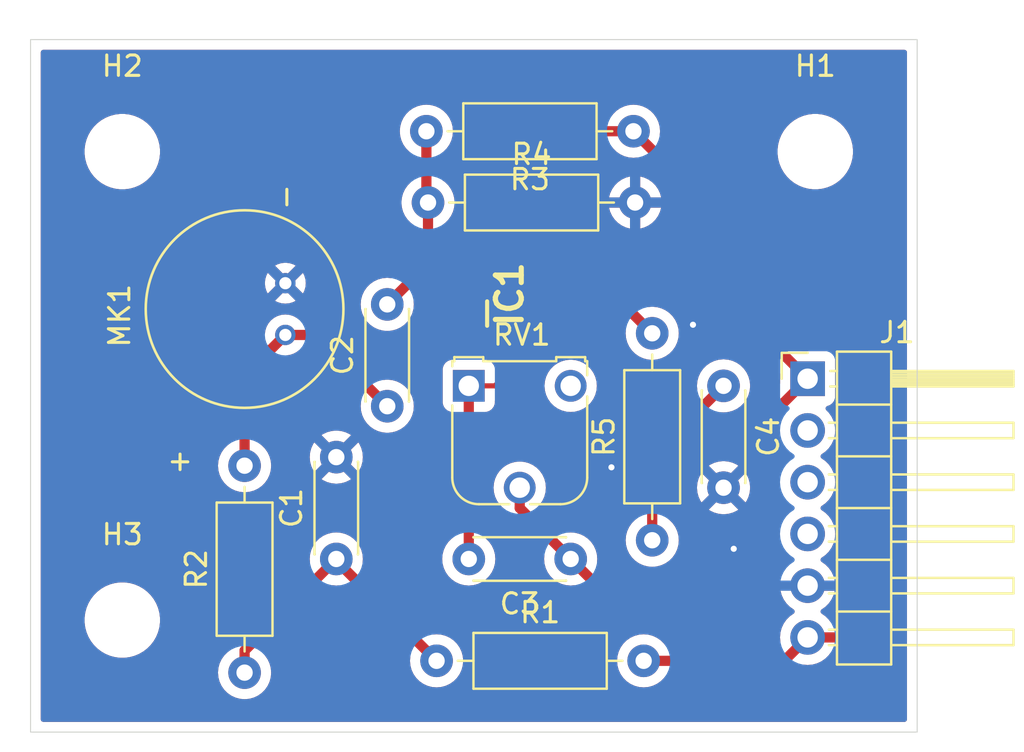
<source format=kicad_pcb>
(kicad_pcb (version 20240108) (generator "pcbnew") (generator_version "8.0")
  (layers (0 "F.Cu" signal) (31 "B.Cu" signal) (34 "B.Paste" user) (35 "F.Paste" user) (36 "B.SilkS" user "B.Silkscreen") (37 "F.SilkS" user "F.Silkscreen") (38 "B.Mask" user) (39 "F.Mask" user) (44 "Edge.Cuts" user))
  (net 0 "")
  (net 1 "GND")
  (net 2 "Net-(C1-Pad1)")
  (net 3 "Net-(C2-Pad1)")
  (net 4 "Net-(IC1-IN+)")
  (net 5 "Net-(IC1-OUT)")
  (net 6 "Net-(IC1-IN-)")
  (net 7 "Net-(C4-Pad1)")
  (net 8 "+3V3")
  (footprint "MAX4466:SOT65P210X110-5N" (layer "F.Cu") (at 126 96.5 90)
    (property "Reference" "IC1" (at 0 0 90) (layer "F.SilkS") (effects (font (size 1.27 1.27) (thickness 0.254))))
    (property "Value" "MAX4466EXK+T" (hide yes))
    (fp_line (start -1.55 -1.1) (end -0.35 -1.1) (stroke (width 0.2)) (layer "F.SilkS"))
    (pad "1" smd rect (at -0.95 -0.65 180) (size 0.4 1.2) (layers "F.Cu" "F.Paste" "F.Mask") (net 4 "Net-(IC1-IN+)"))
    (pad "2" smd rect (at -0.95 0 180) (size 0.4 1.2) (layers "F.Cu" "F.Paste" "F.Mask") (net 1 "GND"))
    (pad "3" smd rect (at -0.95 0.65 180) (size 0.4 1.2) (layers "F.Cu" "F.Paste" "F.Mask") (net 6 "Net-(IC1-IN-)"))
    (pad "4" smd rect (at 0.95 0.65 180) (size 0.4 1.2) (layers "F.Cu" "F.Paste" "F.Mask") (net 5 "Net-(IC1-OUT)"))
    (pad "5" smd rect (at 0.95 -0.65 180) (size 0.4 1.2) (layers "F.Cu" "F.Paste" "F.Mask") (net 8 "+3V3"))
  )
  (footprint "MountingHole:MountingHole_3.2mm_M3" (layer "F.Cu") (at 141 89.5)
    (property "Reference" "H1" (at 0 -4.2 0) (layer "F.SilkS"))
    (property "Value" "MountingHole")
    (pad "" np_thru_hole circle (at 0 0) (size 3.2 3.2) (drill 3.2) (layers "*.Cu" "*.Mask" "In1.Cu" "In2.Cu" "In3.Cu" "In4.Cu" "In5.Cu" "In6.Cu" "In7.Cu" "In8.Cu" "In9.Cu" "In10.Cu" "In11.Cu" "In12.Cu" "In13.Cu" "In14.Cu" "In15.Cu" "In16.Cu" "In17.Cu" "In18.Cu" "In19.Cu" "In20.Cu" "In21.Cu" "In22.Cu" "In23.Cu" "In24.Cu" "In25.Cu" "In26.Cu" "In27.Cu" "In28.Cu" "In29.Cu" "In30.Cu"))
  )
  (footprint "Resistor_THT:R_Axial_DIN0207_L6.3mm_D2.5mm_P10.16mm_Horizontal" (layer "F.Cu") (at 132.08 88.5 180)
    (property "Reference" "R3" (at 5.08 -2.37 0) (layer "F.SilkS"))
    (property "Value" "1M")
    (fp_line (start 9.12 0) (end 8.35 0) (stroke (width 0.12)) (layer "F.SilkS"))
    (fp_line (start 8.35 1.37) (end 8.35 -1.37) (stroke (width 0.12)) (layer "F.SilkS"))
    (fp_line (start 8.35 -1.37) (end 1.81 -1.37) (stroke (width 0.12)) (layer "F.SilkS"))
    (fp_line (start 1.81 1.37) (end 8.35 1.37) (stroke (width 0.12)) (layer "F.SilkS"))
    (fp_line (start 1.81 -1.37) (end 1.81 1.37) (stroke (width 0.12)) (layer "F.SilkS"))
    (fp_line (start 1.04 0) (end 1.81 0) (stroke (width 0.12)) (layer "F.SilkS"))
    (pad "1" thru_hole circle (at 0 0 180) (size 1.6 1.6) (drill 0.8) (layers "*.Cu" "*.Mask" "In1.Cu" "In2.Cu" "In3.Cu" "In4.Cu" "In5.Cu" "In6.Cu" "In7.Cu" "In8.Cu" "In9.Cu" "In10.Cu" "In11.Cu" "In12.Cu" "In13.Cu" "In14.Cu" "In15.Cu" "In16.Cu" "In17.Cu" "In18.Cu" "In19.Cu" "In20.Cu" "In21.Cu" "In22.Cu" "In23.Cu" "In24.Cu" "In25.Cu" "In26.Cu" "In27.Cu" "In28.Cu" "In29.Cu" "In30.Cu") (net 8 "+3V3"))
    (pad "2" thru_hole oval (at 10.16 0 180) (size 1.6 1.6) (drill 0.8) (layers "*.Cu" "*.Mask" "In1.Cu" "In2.Cu" "In3.Cu" "In4.Cu" "In5.Cu" "In6.Cu" "In7.Cu" "In8.Cu" "In9.Cu" "In10.Cu" "In11.Cu" "In12.Cu" "In13.Cu" "In14.Cu" "In15.Cu" "In16.Cu" "In17.Cu" "In18.Cu" "In19.Cu" "In20.Cu" "In21.Cu" "In22.Cu" "In23.Cu" "In24.Cu" "In25.Cu" "In26.Cu" "In27.Cu" "In28.Cu" "In29.Cu" "In30.Cu") (net 4 "Net-(IC1-IN+)"))
  )
  (footprint "Resistor_THT:R_Axial_DIN0207_L6.3mm_D2.5mm_P10.16mm_Horizontal" (layer "F.Cu") (at 113 115.08 90)
    (property "Reference" "R2" (at 5.08 -2.37 90) (layer "F.SilkS"))
    (property "Value" "2k")
    (fp_line (start 8.35 -1.37) (end 1.81 -1.37) (stroke (width 0.12)) (layer "F.SilkS"))
    (fp_line (start 1.81 -1.37) (end 1.81 1.37) (stroke (width 0.12)) (layer "F.SilkS"))
    (fp_line (start 9.12 0) (end 8.35 0) (stroke (width 0.12)) (layer "F.SilkS"))
    (fp_line (start 1.04 0) (end 1.81 0) (stroke (width 0.12)) (layer "F.SilkS"))
    (fp_line (start 8.35 1.37) (end 8.35 -1.37) (stroke (width 0.12)) (layer "F.SilkS"))
    (fp_line (start 1.81 1.37) (end 8.35 1.37) (stroke (width 0.12)) (layer "F.SilkS"))
    (pad "1" thru_hole circle (at 0 0 90) (size 1.6 1.6) (drill 0.8) (layers "*.Cu" "*.Mask" "In1.Cu" "In2.Cu" "In3.Cu" "In4.Cu" "In5.Cu" "In6.Cu" "In7.Cu" "In8.Cu" "In9.Cu" "In10.Cu" "In11.Cu" "In12.Cu" "In13.Cu" "In14.Cu" "In15.Cu" "In16.Cu" "In17.Cu" "In18.Cu" "In19.Cu" "In20.Cu" "In21.Cu" "In22.Cu" "In23.Cu" "In24.Cu" "In25.Cu" "In26.Cu" "In27.Cu" "In28.Cu" "In29.Cu" "In30.Cu") (net 2 "Net-(C1-Pad1)"))
    (pad "2" thru_hole oval (at 10.16 0 90) (size 1.6 1.6) (drill 0.8) (layers "*.Cu" "*.Mask" "In1.Cu" "In2.Cu" "In3.Cu" "In4.Cu" "In5.Cu" "In6.Cu" "In7.Cu" "In8.Cu" "In9.Cu" "In10.Cu" "In11.Cu" "In12.Cu" "In13.Cu" "In14.Cu" "In15.Cu" "In16.Cu" "In17.Cu" "In18.Cu" "In19.Cu" "In20.Cu" "In21.Cu" "In22.Cu" "In23.Cu" "In24.Cu" "In25.Cu" "In26.Cu" "In27.Cu" "In28.Cu" "In29.Cu" "In30.Cu") (net 3 "Net-(C2-Pad1)"))
  )
  (footprint "Potentiometer_THT:Potentiometer_Runtron_RM-065_Vertical" (layer "F.Cu") (at 124 101)
    (property "Reference" "RV1" (at 2.6 -2.5 0) (layer "F.SilkS"))
    (property "Value" "100k")
    (fp_line (start -0.81 -1.21) (end -0.81 -0.96) (stroke (width 0.12)) (layer "F.SilkS"))
    (fp_line (start -0.81 4.5) (end -0.81 0.96) (stroke (width 0.12)) (layer "F.SilkS"))
    (fp_line (start -0.71 -1.41) (end -0.71 -1.21) (stroke (width 0.12)) (layer "F.SilkS"))
    (fp_line (start -0.71 -1.41) (end 0.71 -1.41) (stroke (width 0.12)) (layer "F.SilkS"))
    (fp_line (start -0.71 -1.21) (end -0.81 -1.21) (stroke (width 0.12)) (layer "F.SilkS"))
    (fp_line (start 0.71 -1.21) (end 0.71 -1.41) (stroke (width 0.12)) (layer "F.SilkS"))
    (fp_line (start 0.71 -1.21) (end 4.29 -1.21) (stroke (width 0.12)) (layer "F.SilkS"))
    (fp_line (start 1.99 5.81) (end 0.5 5.81) (stroke (width 0.12)) (layer "F.SilkS"))
    (fp_line (start 4.29 -1.41) (end 5.71 -1.41) (stroke (width 0.12)) (layer "F.SilkS"))
    (fp_line (start 4.29 -1.21) (end 4.29 -1.41) (stroke (width 0.12)) (layer "F.SilkS"))
    (fp_line (start 4.5 5.81) (end 3.01 5.81) (stroke (width 0.12)) (layer "F.SilkS"))
    (fp_line (start 5.71 -1.41) (end 5.71 -1.21) (stroke (width 0.12)) (layer "F.SilkS"))
    (fp_line (start 5.71 -1.21) (end 5.81 -1.21) (stroke (width 0.12)) (layer "F.SilkS"))
    (fp_line (start 5.81 -1.21) (end 5.81 -0.52) (stroke (width 0.12)) (layer "F.SilkS"))
    (fp_line (start 5.81 0.52) (end 5.81 4.5) (stroke (width 0.12)) (layer "F.SilkS"))
    (fp_arc (start 0.5 5.81) (mid -0.42631 5.42631) (end -0.81 4.5) (stroke (width 0.12)) (layer "F.SilkS"))
    (fp_arc (start 5.81 4.5) (mid 5.42631 5.42631) (end 4.5 5.81) (stroke (width 0.12)) (layer "F.SilkS"))
    (pad "1" thru_hole rect (at 0 0) (size 1.56 1.56) (drill 1) (layers "*.Cu" "*.Mask" "In1.Cu" "In2.Cu" "In3.Cu" "In4.Cu" "In5.Cu" "In6.Cu" "In7.Cu" "In8.Cu" "In9.Cu" "In10.Cu" "In11.Cu" "In12.Cu" "In13.Cu" "In14.Cu" "In15.Cu" "In16.Cu" "In17.Cu" "In18.Cu" "In19.Cu" "In20.Cu" "In21.Cu" "In22.Cu" "In23.Cu" "In24.Cu" "In25.Cu" "In26.Cu" "In27.Cu" "In28.Cu" "In29.Cu" "In30.Cu") (net 6 "Net-(IC1-IN-)"))
    (pad "2" thru_hole circle (at 2.5 5) (size 1.56 1.56) (drill 1) (layers "*.Cu" "*.Mask" "In1.Cu" "In2.Cu" "In3.Cu" "In4.Cu" "In5.Cu" "In6.Cu" "In7.Cu" "In8.Cu" "In9.Cu" "In10.Cu" "In11.Cu" "In12.Cu" "In13.Cu" "In14.Cu" "In15.Cu" "In16.Cu" "In17.Cu" "In18.Cu" "In19.Cu" "In20.Cu" "In21.Cu" "In22.Cu" "In23.Cu" "In24.Cu" "In25.Cu" "In26.Cu" "In27.Cu" "In28.Cu" "In29.Cu" "In30.Cu") (net 5 "Net-(IC1-OUT)"))
    (pad "3" thru_hole circle (at 5 0) (size 1.56 1.56) (drill 1) (layers "*.Cu" "*.Mask" "In1.Cu" "In2.Cu" "In3.Cu" "In4.Cu" "In5.Cu" "In6.Cu" "In7.Cu" "In8.Cu" "In9.Cu" "In10.Cu" "In11.Cu" "In12.Cu" "In13.Cu" "In14.Cu" "In15.Cu" "In16.Cu" "In17.Cu" "In18.Cu" "In19.Cu" "In20.Cu" "In21.Cu" "In22.Cu" "In23.Cu" "In24.Cu" "In25.Cu" "In26.Cu" "In27.Cu" "In28.Cu" "In29.Cu" "In30.Cu"))
  )
  (footprint "MountingHole:MountingHole_3.2mm_M3" (layer "F.Cu") (at 107 112.5)
    (property "Reference" "H3" (at 0 -4.2 0) (layer "F.SilkS"))
    (property "Value" "MountingHole")
    (pad "" np_thru_hole circle (at 0 0) (size 3.2 3.2) (drill 3.2) (layers "*.Cu" "*.Mask" "In1.Cu" "In2.Cu" "In3.Cu" "In4.Cu" "In5.Cu" "In6.Cu" "In7.Cu" "In8.Cu" "In9.Cu" "In10.Cu" "In11.Cu" "In12.Cu" "In13.Cu" "In14.Cu" "In15.Cu" "In16.Cu" "In17.Cu" "In18.Cu" "In19.Cu" "In20.Cu" "In21.Cu" "In22.Cu" "In23.Cu" "In24.Cu" "In25.Cu" "In26.Cu" "In27.Cu" "In28.Cu" "In29.Cu" "In30.Cu"))
  )
  (footprint "Resistor_THT:R_Axial_DIN0207_L6.3mm_D2.5mm_P10.16mm_Horizontal" (layer "F.Cu") (at 122.42 114.5)
    (property "Reference" "R1" (at 5.08 -2.37 0) (layer "F.SilkS"))
    (property "Value" "2k")
    (fp_line (start 1.04 0) (end 1.81 0) (stroke (width 0.12)) (layer "F.SilkS"))
    (fp_line (start 1.81 -1.37) (end 1.81 1.37) (stroke (width 0.12)) (layer "F.SilkS"))
    (fp_line (start 1.81 1.37) (end 8.35 1.37) (stroke (width 0.12)) (layer "F.SilkS"))
    (fp_line (start 8.35 -1.37) (end 1.81 -1.37) (stroke (width 0.12)) (layer "F.SilkS"))
    (fp_line (start 8.35 1.37) (end 8.35 -1.37) (stroke (width 0.12)) (layer "F.SilkS"))
    (fp_line (start 9.12 0) (end 8.35 0) (stroke (width 0.12)) (layer "F.SilkS"))
    (pad "1" thru_hole circle (at 0 0) (size 1.6 1.6) (drill 0.8) (layers "*.Cu" "*.Mask" "In1.Cu" "In2.Cu" "In3.Cu" "In4.Cu" "In5.Cu" "In6.Cu" "In7.Cu" "In8.Cu" "In9.Cu" "In10.Cu" "In11.Cu" "In12.Cu" "In13.Cu" "In14.Cu" "In15.Cu" "In16.Cu" "In17.Cu" "In18.Cu" "In19.Cu" "In20.Cu" "In21.Cu" "In22.Cu" "In23.Cu" "In24.Cu" "In25.Cu" "In26.Cu" "In27.Cu" "In28.Cu" "In29.Cu" "In30.Cu") (net 2 "Net-(C1-Pad1)"))
    (pad "2" thru_hole oval (at 10.16 0) (size 1.6 1.6) (drill 0.8) (layers "*.Cu" "*.Mask" "In1.Cu" "In2.Cu" "In3.Cu" "In4.Cu" "In5.Cu" "In6.Cu" "In7.Cu" "In8.Cu" "In9.Cu" "In10.Cu" "In11.Cu" "In12.Cu" "In13.Cu" "In14.Cu" "In15.Cu" "In16.Cu" "In17.Cu" "In18.Cu" "In19.Cu" "In20.Cu" "In21.Cu" "In22.Cu" "In23.Cu" "In24.Cu" "In25.Cu" "In26.Cu" "In27.Cu" "In28.Cu" "In29.Cu" "In30.Cu") (net 8 "+3V3"))
  )
  (footprint "Resistor_THT:R_Axial_DIN0207_L6.3mm_D2.5mm_P10.16mm_Horizontal" (layer "F.Cu") (at 122 92)
    (property "Reference" "R4" (at 5.08 -2.37 0) (layer "F.SilkS"))
    (property "Value" "1M")
    (fp_line (start 1.04 0) (end 1.81 0) (stroke (width 0.12)) (layer "F.SilkS"))
    (fp_line (start 1.81 -1.37) (end 1.81 1.37) (stroke (width 0.12)) (layer "F.SilkS"))
    (fp_line (start 1.81 1.37) (end 8.35 1.37) (stroke (width 0.12)) (layer "F.SilkS"))
    (fp_line (start 8.35 -1.37) (end 1.81 -1.37) (stroke (width 0.12)) (layer "F.SilkS"))
    (fp_line (start 8.35 1.37) (end 8.35 -1.37) (stroke (width 0.12)) (layer "F.SilkS"))
    (fp_line (start 9.12 0) (end 8.35 0) (stroke (width 0.12)) (layer "F.SilkS"))
    (pad "1" thru_hole circle (at 0 0) (size 1.6 1.6) (drill 0.8) (layers "*.Cu" "*.Mask" "In1.Cu" "In2.Cu" "In3.Cu" "In4.Cu" "In5.Cu" "In6.Cu" "In7.Cu" "In8.Cu" "In9.Cu" "In10.Cu" "In11.Cu" "In12.Cu" "In13.Cu" "In14.Cu" "In15.Cu" "In16.Cu" "In17.Cu" "In18.Cu" "In19.Cu" "In20.Cu" "In21.Cu" "In22.Cu" "In23.Cu" "In24.Cu" "In25.Cu" "In26.Cu" "In27.Cu" "In28.Cu" "In29.Cu" "In30.Cu") (net 4 "Net-(IC1-IN+)"))
    (pad "2" thru_hole oval (at 10.16 0) (size 1.6 1.6) (drill 0.8) (layers "*.Cu" "*.Mask" "In1.Cu" "In2.Cu" "In3.Cu" "In4.Cu" "In5.Cu" "In6.Cu" "In7.Cu" "In8.Cu" "In9.Cu" "In10.Cu" "In11.Cu" "In12.Cu" "In13.Cu" "In14.Cu" "In15.Cu" "In16.Cu" "In17.Cu" "In18.Cu" "In19.Cu" "In20.Cu" "In21.Cu" "In22.Cu" "In23.Cu" "In24.Cu" "In25.Cu" "In26.Cu" "In27.Cu" "In28.Cu" "In29.Cu" "In30.Cu") (net 1 "GND"))
  )
  (footprint "Capacitor_THT:C_Disc_D4.3mm_W1.9mm_P5.00mm" (layer "F.Cu") (at 136.5 101 -90)
    (property "Reference" "C4" (at 2.5 -2.2 90) (layer "F.SilkS"))
    (property "Value" "1uF")
    (fp_line (start 0.23 1.07) (end 4.77 1.07) (stroke (width 0.12)) (layer "F.SilkS"))
    (fp_line (start 0.23 1.055) (end 0.23 1.07) (stroke (width 0.12)) (layer "F.SilkS"))
    (fp_line (start 4.77 1.055) (end 4.77 1.07) (stroke (width 0.12)) (layer "F.SilkS"))
    (fp_line (start 0.23 -1.07) (end 0.23 -1.055) (stroke (width 0.12)) (layer "F.SilkS"))
    (fp_line (start 0.23 -1.07) (end 4.77 -1.07) (stroke (width 0.12)) (layer "F.SilkS"))
    (fp_line (start 4.77 -1.07) (end 4.77 -1.055) (stroke (width 0.12)) (layer "F.SilkS"))
    (pad "1" thru_hole circle (at 0 0 270) (size 1.6 1.6) (drill 0.8) (layers "*.Cu" "*.Mask" "In1.Cu" "In2.Cu" "In3.Cu" "In4.Cu" "In5.Cu" "In6.Cu" "In7.Cu" "In8.Cu" "In9.Cu" "In10.Cu" "In11.Cu" "In12.Cu" "In13.Cu" "In14.Cu" "In15.Cu" "In16.Cu" "In17.Cu" "In18.Cu" "In19.Cu" "In20.Cu" "In21.Cu" "In22.Cu" "In23.Cu" "In24.Cu" "In25.Cu" "In26.Cu" "In27.Cu" "In28.Cu" "In29.Cu" "In30.Cu") (net 7 "Net-(C4-Pad1)"))
    (pad "2" thru_hole circle (at 5 0 270) (size 1.6 1.6) (drill 0.8) (layers "*.Cu" "*.Mask" "In1.Cu" "In2.Cu" "In3.Cu" "In4.Cu" "In5.Cu" "In6.Cu" "In7.Cu" "In8.Cu" "In9.Cu" "In10.Cu" "In11.Cu" "In12.Cu" "In13.Cu" "In14.Cu" "In15.Cu" "In16.Cu" "In17.Cu" "In18.Cu" "In19.Cu" "In20.Cu" "In21.Cu" "In22.Cu" "In23.Cu" "In24.Cu" "In25.Cu" "In26.Cu" "In27.Cu" "In28.Cu" "In29.Cu" "In30.Cu") (net 1 "GND"))
  )
  (footprint "MountingHole:MountingHole_3.2mm_M3" (layer "F.Cu") (at 107 89.5)
    (property "Reference" "H2" (at 0 -4.2 0) (layer "F.SilkS"))
    (property "Value" "MountingHole")
    (pad "" np_thru_hole circle (at 0 0) (size 3.2 3.2) (drill 3.2) (layers "*.Cu" "*.Mask" "In1.Cu" "In2.Cu" "In3.Cu" "In4.Cu" "In5.Cu" "In6.Cu" "In7.Cu" "In8.Cu" "In9.Cu" "In10.Cu" "In11.Cu" "In12.Cu" "In13.Cu" "In14.Cu" "In15.Cu" "In16.Cu" "In17.Cu" "In18.Cu" "In19.Cu" "In20.Cu" "In21.Cu" "In22.Cu" "In23.Cu" "In24.Cu" "In25.Cu" "In26.Cu" "In27.Cu" "In28.Cu" "In29.Cu" "In30.Cu"))
  )
  (footprint "CMEJ-9745-37-P:MIC_CMEJ-9745-37-P" (layer "F.Cu") (at 113 97.23 90)
    (property "Reference" "MK1" (at -0.325 -6.135 90) (layer "F.SilkS"))
    (property "Value" "CMEJ-9745-37-P")
    (fp_circle (center 0 0) (end 4.85 0) (stroke (width 0.127)) (fill none) (layer "F.SilkS"))
    (fp_text user "-" (at 5.5 2 90) (layer "F.SilkS"))
    (fp_text user "+" (at -7.5 -3.24 90) (layer "F.SilkS"))
    (pad "N" thru_hole circle (at 1.27 2 90) (size 1 1) (drill 0.6) (layers "*.Cu" "*.Mask" "In1.Cu" "In2.Cu" "In3.Cu" "In4.Cu" "In5.Cu" "In6.Cu" "In7.Cu" "In8.Cu" "In9.Cu" "In10.Cu" "In11.Cu" "In12.Cu" "In13.Cu" "In14.Cu" "In15.Cu" "In16.Cu" "In17.Cu" "In18.Cu" "In19.Cu" "In20.Cu" "In21.Cu" "In22.Cu" "In23.Cu" "In24.Cu" "In25.Cu" "In26.Cu" "In27.Cu" "In28.Cu" "In29.Cu" "In30.Cu") (net 1 "GND"))
    (pad "P" thru_hole circle (at -1.27 2 90) (size 1 1) (drill 0.6) (layers "*.Cu" "*.Mask" "In1.Cu" "In2.Cu" "In3.Cu" "In4.Cu" "In5.Cu" "In6.Cu" "In7.Cu" "In8.Cu" "In9.Cu" "In10.Cu" "In11.Cu" "In12.Cu" "In13.Cu" "In14.Cu" "In15.Cu" "In16.Cu" "In17.Cu" "In18.Cu" "In19.Cu" "In20.Cu" "In21.Cu" "In22.Cu" "In23.Cu" "In24.Cu" "In25.Cu" "In26.Cu" "In27.Cu" "In28.Cu" "In29.Cu" "In30.Cu") (net 3 "Net-(C2-Pad1)"))
  )
  (footprint "Capacitor_THT:C_Disc_D4.3mm_W1.9mm_P5.00mm" (layer "F.Cu") (at 120 102 90)
    (property "Reference" "C2" (at 2.5 -2.2 90) (layer "F.SilkS"))
    (property "Value" "0.01u")
    (fp_line (start 4.77 -1.07) (end 4.77 -1.055) (stroke (width 0.12)) (layer "F.SilkS"))
    (fp_line (start 0.23 -1.07) (end 4.77 -1.07) (stroke (width 0.12)) (layer "F.SilkS"))
    (fp_line (start 0.23 -1.07) (end 0.23 -1.055) (stroke (width 0.12)) (layer "F.SilkS"))
    (fp_line (start 4.77 1.055) (end 4.77 1.07) (stroke (width 0.12)) (layer "F.SilkS"))
    (fp_line (start 0.23 1.055) (end 0.23 1.07) (stroke (width 0.12)) (layer "F.SilkS"))
    (fp_line (start 0.23 1.07) (end 4.77 1.07) (stroke (width 0.12)) (layer "F.SilkS"))
    (pad "1" thru_hole circle (at 0 0 90) (size 1.6 1.6) (drill 0.8) (layers "*.Cu" "*.Mask" "In1.Cu" "In2.Cu" "In3.Cu" "In4.Cu" "In5.Cu" "In6.Cu" "In7.Cu" "In8.Cu" "In9.Cu" "In10.Cu" "In11.Cu" "In12.Cu" "In13.Cu" "In14.Cu" "In15.Cu" "In16.Cu" "In17.Cu" "In18.Cu" "In19.Cu" "In20.Cu" "In21.Cu" "In22.Cu" "In23.Cu" "In24.Cu" "In25.Cu" "In26.Cu" "In27.Cu" "In28.Cu" "In29.Cu" "In30.Cu") (net 3 "Net-(C2-Pad1)"))
    (pad "2" thru_hole circle (at 5 0 90) (size 1.6 1.6) (drill 0.8) (layers "*.Cu" "*.Mask" "In1.Cu" "In2.Cu" "In3.Cu" "In4.Cu" "In5.Cu" "In6.Cu" "In7.Cu" "In8.Cu" "In9.Cu" "In10.Cu" "In11.Cu" "In12.Cu" "In13.Cu" "In14.Cu" "In15.Cu" "In16.Cu" "In17.Cu" "In18.Cu" "In19.Cu" "In20.Cu" "In21.Cu" "In22.Cu" "In23.Cu" "In24.Cu" "In25.Cu" "In26.Cu" "In27.Cu" "In28.Cu" "In29.Cu" "In30.Cu") (net 4 "Net-(IC1-IN+)"))
  )
  (footprint "Capacitor_THT:C_Disc_D4.3mm_W1.9mm_P5.00mm" (layer "F.Cu") (at 117.5 109.5 90)
    (property "Reference" "C1" (at 2.5 -2.2 90) (layer "F.SilkS"))
    (property "Value" "0.1u")
    (fp_line (start 4.77 -1.07) (end 4.77 -1.055) (stroke (width 0.12)) (layer "F.SilkS"))
    (fp_line (start 0.23 -1.07) (end 4.77 -1.07) (stroke (width 0.12)) (layer "F.SilkS"))
    (fp_line (start 0.23 -1.07) (end 0.23 -1.055) (stroke (width 0.12)) (layer "F.SilkS"))
    (fp_line (start 4.77 1.055) (end 4.77 1.07) (stroke (width 0.12)) (layer "F.SilkS"))
    (fp_line (start 0.23 1.055) (end 0.23 1.07) (stroke (width 0.12)) (layer "F.SilkS"))
    (fp_line (start 0.23 1.07) (end 4.77 1.07) (stroke (width 0.12)) (layer "F.SilkS"))
    (pad "1" thru_hole circle (at 0 0 90) (size 1.6 1.6) (drill 0.8) (layers "*.Cu" "*.Mask" "In1.Cu" "In2.Cu" "In3.Cu" "In4.Cu" "In5.Cu" "In6.Cu" "In7.Cu" "In8.Cu" "In9.Cu" "In10.Cu" "In11.Cu" "In12.Cu" "In13.Cu" "In14.Cu" "In15.Cu" "In16.Cu" "In17.Cu" "In18.Cu" "In19.Cu" "In20.Cu" "In21.Cu" "In22.Cu" "In23.Cu" "In24.Cu" "In25.Cu" "In26.Cu" "In27.Cu" "In28.Cu" "In29.Cu" "In30.Cu") (net 2 "Net-(C1-Pad1)"))
    (pad "2" thru_hole circle (at 5 0 90) (size 1.6 1.6) (drill 0.8) (layers "*.Cu" "*.Mask" "In1.Cu" "In2.Cu" "In3.Cu" "In4.Cu" "In5.Cu" "In6.Cu" "In7.Cu" "In8.Cu" "In9.Cu" "In10.Cu" "In11.Cu" "In12.Cu" "In13.Cu" "In14.Cu" "In15.Cu" "In16.Cu" "In17.Cu" "In18.Cu" "In19.Cu" "In20.Cu" "In21.Cu" "In22.Cu" "In23.Cu" "In24.Cu" "In25.Cu" "In26.Cu" "In27.Cu" "In28.Cu" "In29.Cu" "In30.Cu") (net 1 "GND"))
  )
  (footprint "Capacitor_THT:C_Disc_D4.3mm_W1.9mm_P5.00mm" (layer "F.Cu") (at 129 109.5 180)
    (property "Reference" "C3" (at 2.5 -2.2 0) (layer "F.SilkS"))
    (property "Value" "100pF")
    (fp_line (start 4.77 1.055) (end 4.77 1.07) (stroke (width 0.12)) (layer "F.SilkS"))
    (fp_line (start 4.77 -1.07) (end 4.77 -1.055) (stroke (width 0.12)) (layer "F.SilkS"))
    (fp_line (start 0.23 1.07) (end 4.77 1.07) (stroke (width 0.12)) (layer "F.SilkS"))
    (fp_line (start 0.23 1.055) (end 0.23 1.07) (stroke (width 0.12)) (layer "F.SilkS"))
    (fp_line (start 0.23 -1.07) (end 4.77 -1.07) (stroke (width 0.12)) (layer "F.SilkS"))
    (fp_line (start 0.23 -1.07) (end 0.23 -1.055) (stroke (width 0.12)) (layer "F.SilkS"))
    (pad "1" thru_hole circle (at 0 0 180) (size 1.6 1.6) (drill 0.8) (layers "*.Cu" "*.Mask" "In1.Cu" "In2.Cu" "In3.Cu" "In4.Cu" "In5.Cu" "In6.Cu" "In7.Cu" "In8.Cu" "In9.Cu" "In10.Cu" "In11.Cu" "In12.Cu" "In13.Cu" "In14.Cu" "In15.Cu" "In16.Cu" "In17.Cu" "In18.Cu" "In19.Cu" "In20.Cu" "In21.Cu" "In22.Cu" "In23.Cu" "In24.Cu" "In25.Cu" "In26.Cu" "In27.Cu" "In28.Cu" "In29.Cu" "In30.Cu") (net 5 "Net-(IC1-OUT)"))
    (pad "2" thru_hole circle (at 5 0 180) (size 1.6 1.6) (drill 0.8) (layers "*.Cu" "*.Mask" "In1.Cu" "In2.Cu" "In3.Cu" "In4.Cu" "In5.Cu" "In6.Cu" "In7.Cu" "In8.Cu" "In9.Cu" "In10.Cu" "In11.Cu" "In12.Cu" "In13.Cu" "In14.Cu" "In15.Cu" "In16.Cu" "In17.Cu" "In18.Cu" "In19.Cu" "In20.Cu" "In21.Cu" "In22.Cu" "In23.Cu" "In24.Cu" "In25.Cu" "In26.Cu" "In27.Cu" "In28.Cu" "In29.Cu" "In30.Cu") (net 6 "Net-(IC1-IN-)"))
  )
  (footprint "Connector_PinHeader_2.54mm:PinHeader_1x06_P2.54mm_Horizontal" (layer "F.Cu") (at 140.625 100.65)
    (property "Reference" "J1" (at 4.385 -2.27 0) (layer "F.SilkS"))
    (property "Value" "Conn_01x06_Pin")
    (fp_line (start -1.27 -1.27) (end 0 -1.27) (stroke (width 0.12)) (layer "F.SilkS"))
    (fp_line (start -1.27 0) (end -1.27 -1.27) (stroke (width 0.12)) (layer "F.SilkS"))
    (fp_line (start 1.042929 2.16) (end 1.44 2.16) (stroke (width 0.12)) (layer "F.SilkS"))
    (fp_line (start 1.042929 2.92) (end 1.44 2.92) (stroke (width 0.12)) (layer "F.SilkS"))
    (fp_line (start 1.042929 4.7) (end 1.44 4.7) (stroke (width 0.12)) (layer "F.SilkS"))
    (fp_line (start 1.042929 5.46) (end 1.44 5.46) (stroke (width 0.12)) (layer "F.SilkS"))
    (fp_line (start 1.042929 7.24) (end 1.44 7.24) (stroke (width 0.12)) (layer "F.SilkS"))
    (fp_line (start 1.042929 8) (end 1.44 8) (stroke (width 0.12)) (layer "F.SilkS"))
    (fp_line (start 1.042929 9.78) (end 1.44 9.78) (stroke (width 0.12)) (layer "F.SilkS"))
    (fp_line (start 1.042929 10.54) (end 1.44 10.54) (stroke (width 0.12)) (layer "F.SilkS"))
    (fp_line (start 1.042929 12.32) (end 1.44 12.32) (stroke (width 0.12)) (layer "F.SilkS"))
    (fp_line (start 1.042929 13.08) (end 1.44 13.08) (stroke (width 0.12)) (layer "F.SilkS"))
    (fp_line (start 1.11 -0.38) (end 1.44 -0.38) (stroke (width 0.12)) (layer "F.SilkS"))
    (fp_line (start 1.11 0.38) (end 1.44 0.38) (stroke (width 0.12)) (layer "F.SilkS"))
    (fp_line (start 1.44 -1.33) (end 1.44 14.03) (stroke (width 0.12)) (layer "F.SilkS"))
    (fp_line (start 1.44 1.27) (end 4.1 1.27) (stroke (width 0.12)) (layer "F.SilkS"))
    (fp_line (start 1.44 3.81) (end 4.1 3.81) (stroke (width 0.12)) (layer "F.SilkS"))
    (fp_line (start 1.44 6.35) (end 4.1 6.35) (stroke (width 0.12)) (layer "F.SilkS"))
    (fp_line (start 1.44 8.89) (end 4.1 8.89) (stroke (width 0.12)) (layer "F.SilkS"))
    (fp_line (start 1.44 11.43) (end 4.1 11.43) (stroke (width 0.12)) (layer "F.SilkS"))
    (fp_line (start 1.44 14.03) (end 4.1 14.03) (stroke (width 0.12)) (layer "F.SilkS"))
    (fp_line (start 4.1 -1.33) (end 1.44 -1.33) (stroke (width 0.12)) (layer "F.SilkS"))
    (fp_line (start 4.1 -0.38) (end 10.1 -0.38) (stroke (width 0.12)) (layer "F.SilkS"))
    (fp_line (start 4.1 -0.32) (end 10.1 -0.32) (stroke (width 0.12)) (layer "F.SilkS"))
    (fp_line (start 4.1 -0.2) (end 10.1 -0.2) (stroke (width 0.12)) (layer "F.SilkS"))
    (fp_line (start 4.1 -0.08) (end 10.1 -0.08) (stroke (width 0.12)) (layer "F.SilkS"))
    (fp_line (start 4.1 0.04) (end 10.1 0.04) (stroke (width 0.12)) (layer "F.SilkS"))
    (fp_line (start 4.1 0.16) (end 10.1 0.16) (stroke (width 0.12)) (layer "F.SilkS"))
    (fp_line (start 4.1 0.28) (end 10.1 0.28) (stroke (width 0.12)) (layer "F.SilkS"))
    (fp_line (start 4.1 2.16) (end 10.1 2.16) (stroke (width 0.12)) (layer "F.SilkS"))
    (fp_line (start 4.1 4.7) (end 10.1 4.7) (stroke (width 0.12)) (layer "F.SilkS"))
    (fp_line (start 4.1 7.24) (end 10.1 7.24) (stroke (width 0.12)) (layer "F.SilkS"))
    (fp_line (start 4.1 9.78) (end 10.1 9.78) (stroke (width 0.12)) (layer "F.SilkS"))
    (fp_line (start 4.1 12.32) (end 10.1 12.32) (stroke (width 0.12)) (layer "F.SilkS"))
    (fp_line (start 4.1 14.03) (end 4.1 -1.33) (stroke (width 0.12)) (layer "F.SilkS"))
    (fp_line (start 10.1 -0.38) (end 10.1 0.38) (stroke (width 0.12)) (layer "F.SilkS"))
    (fp_line (start 10.1 0.38) (end 4.1 0.38) (stroke (width 0.12)) (layer "F.SilkS"))
    (fp_line (start 10.1 2.16) (end 10.1 2.92) (stroke (width 0.12)) (layer "F.SilkS"))
    (fp_line (start 10.1 2.92) (end 4.1 2.92) (stroke (width 0.12)) (layer "F.SilkS"))
    (fp_line (start 10.1 4.7) (end 10.1 5.46) (stroke (width 0.12)) (layer "F.SilkS"))
    (fp_line (start 10.1 5.46) (end 4.1 5.46) (stroke (width 0.12)) (layer "F.SilkS"))
    (fp_line (start 10.1 7.24) (end 10.1 8) (stroke (width 0.12)) (layer "F.SilkS"))
    (fp_line (start 10.1 8) (end 4.1 8) (stroke (width 0.12)) (layer "F.SilkS"))
    (fp_line (start 10.1 9.78) (end 10.1 10.54) (stroke (width 0.12)) (layer "F.SilkS"))
    (fp_line (start 10.1 10.54) (end 4.1 10.54) (stroke (width 0.12)) (layer "F.SilkS"))
    (fp_line (start 10.1 12.32) (end 10.1 13.08) (stroke (width 0.12)) (layer "F.SilkS"))
    (fp_line (start 10.1 13.08) (end 4.1 13.08) (stroke (width 0.12)) (layer "F.SilkS"))
    (pad "1" thru_hole rect (at 0 0) (size 1.7 1.7) (drill 1) (layers "*.Cu" "*.Mask" "In1.Cu" "In2.Cu" "In3.Cu" "In4.Cu" "In5.Cu" "In6.Cu" "In7.Cu" "In8.Cu" "In9.Cu" "In10.Cu" "In11.Cu" "In12.Cu" "In13.Cu" "In14.Cu" "In15.Cu" "In16.Cu" "In17.Cu" "In18.Cu" "In19.Cu" "In20.Cu" "In21.Cu" "In22.Cu" "In23.Cu" "In24.Cu" "In25.Cu" "In26.Cu" "In27.Cu" "In28.Cu" "In29.Cu" "In30.Cu") (net 5 "Net-(IC1-OUT)"))
    (pad "2" thru_hole oval (at 0 2.54) (size 1.7 1.7) (drill 1) (layers "*.Cu" "*.Mask" "In1.Cu" "In2.Cu" "In3.Cu" "In4.Cu" "In5.Cu" "In6.Cu" "In7.Cu" "In8.Cu" "In9.Cu" "In10.Cu" "In11.Cu" "In12.Cu" "In13.Cu" "In14.Cu" "In15.Cu" "In16.Cu" "In17.Cu" "In18.Cu" "In19.Cu" "In20.Cu" "In21.Cu" "In22.Cu" "In23.Cu" "In24.Cu" "In25.Cu" "In26.Cu" "In27.Cu" "In28.Cu" "In29.Cu" "In30.Cu"))
    (pad "3" thru_hole oval (at 0 5.08) (size 1.7 1.7) (drill 1) (layers "*.Cu" "*.Mask" "In1.Cu" "In2.Cu" "In3.Cu" "In4.Cu" "In5.Cu" "In6.Cu" "In7.Cu" "In8.Cu" "In9.Cu" "In10.Cu" "In11.Cu" "In12.Cu" "In13.Cu" "In14.Cu" "In15.Cu" "In16.Cu" "In17.Cu" "In18.Cu" "In19.Cu" "In20.Cu" "In21.Cu" "In22.Cu" "In23.Cu" "In24.Cu" "In25.Cu" "In26.Cu" "In27.Cu" "In28.Cu" "In29.Cu" "In30.Cu"))
    (pad "4" thru_hole oval (at 0 7.62) (size 1.7 1.7) (drill 1) (layers "*.Cu" "*.Mask" "In1.Cu" "In2.Cu" "In3.Cu" "In4.Cu" "In5.Cu" "In6.Cu" "In7.Cu" "In8.Cu" "In9.Cu" "In10.Cu" "In11.Cu" "In12.Cu" "In13.Cu" "In14.Cu" "In15.Cu" "In16.Cu" "In17.Cu" "In18.Cu" "In19.Cu" "In20.Cu" "In21.Cu" "In22.Cu" "In23.Cu" "In24.Cu" "In25.Cu" "In26.Cu" "In27.Cu" "In28.Cu" "In29.Cu" "In30.Cu"))
    (pad "5" thru_hole oval (at 0 10.16) (size 1.7 1.7) (drill 1) (layers "*.Cu" "*.Mask" "In1.Cu" "In2.Cu" "In3.Cu" "In4.Cu" "In5.Cu" "In6.Cu" "In7.Cu" "In8.Cu" "In9.Cu" "In10.Cu" "In11.Cu" "In12.Cu" "In13.Cu" "In14.Cu" "In15.Cu" "In16.Cu" "In17.Cu" "In18.Cu" "In19.Cu" "In20.Cu" "In21.Cu" "In22.Cu" "In23.Cu" "In24.Cu" "In25.Cu" "In26.Cu" "In27.Cu" "In28.Cu" "In29.Cu" "In30.Cu") (net 1 "GND"))
    (pad "6" thru_hole oval (at 0 12.7) (size 1.7 1.7) (drill 1) (layers "*.Cu" "*.Mask" "In1.Cu" "In2.Cu" "In3.Cu" "In4.Cu" "In5.Cu" "In6.Cu" "In7.Cu" "In8.Cu" "In9.Cu" "In10.Cu" "In11.Cu" "In12.Cu" "In13.Cu" "In14.Cu" "In15.Cu" "In16.Cu" "In17.Cu" "In18.Cu" "In19.Cu" "In20.Cu" "In21.Cu" "In22.Cu" "In23.Cu" "In24.Cu" "In25.Cu" "In26.Cu" "In27.Cu" "In28.Cu" "In29.Cu" "In30.Cu") (net 8 "+3V3"))
  )
  (footprint "Resistor_THT:R_Axial_DIN0207_L6.3mm_D2.5mm_P10.16mm_Horizontal" (layer "F.Cu") (at 133 108.58 90)
    (property "Reference" "R5" (at 5.08 -2.37 90) (layer "F.SilkS"))
    (property "Value" "10k")
    (fp_line (start 8.35 -1.37) (end 1.81 -1.37) (stroke (width 0.12)) (layer "F.SilkS"))
    (fp_line (start 1.81 -1.37) (end 1.81 1.37) (stroke (width 0.12)) (layer "F.SilkS"))
    (fp_line (start 9.12 0) (end 8.35 0) (stroke (width 0.12)) (layer "F.SilkS"))
    (fp_line (start 1.04 0) (end 1.81 0) (stroke (width 0.12)) (layer "F.SilkS"))
    (fp_line (start 8.35 1.37) (end 8.35 -1.37) (stroke (width 0.12)) (layer "F.SilkS"))
    (fp_line (start 1.81 1.37) (end 8.35 1.37) (stroke (width 0.12)) (layer "F.SilkS"))
    (pad "1" thru_hole circle (at 0 0 90) (size 1.6 1.6) (drill 0.8) (layers "*.Cu" "*.Mask" "In1.Cu" "In2.Cu" "In3.Cu" "In4.Cu" "In5.Cu" "In6.Cu" "In7.Cu" "In8.Cu" "In9.Cu" "In10.Cu" "In11.Cu" "In12.Cu" "In13.Cu" "In14.Cu" "In15.Cu" "In16.Cu" "In17.Cu" "In18.Cu" "In19.Cu" "In20.Cu" "In21.Cu" "In22.Cu" "In23.Cu" "In24.Cu" "In25.Cu" "In26.Cu" "In27.Cu" "In28.Cu" "In29.Cu" "In30.Cu") (net 7 "Net-(C4-Pad1)"))
    (pad "2" thru_hole oval (at 10.16 0 90) (size 1.6 1.6) (drill 0.8) (layers "*.Cu" "*.Mask" "In1.Cu" "In2.Cu" "In3.Cu" "In4.Cu" "In5.Cu" "In6.Cu" "In7.Cu" "In8.Cu" "In9.Cu" "In10.Cu" "In11.Cu" "In12.Cu" "In13.Cu" "In14.Cu" "In15.Cu" "In16.Cu" "In17.Cu" "In18.Cu" "In19.Cu" "In20.Cu" "In21.Cu" "In22.Cu" "In23.Cu" "In24.Cu" "In25.Cu" "In26.Cu" "In27.Cu" "In28.Cu" "In29.Cu" "In30.Cu") (net 6 "Net-(IC1-IN-)"))
  )
  (gr_rect (start 102.5 84) (end 146 118) (stroke (width 0.05)) (fill none) (layer "Edge.Cuts"))
  (segment (start 126 97.45) (end 126 99) (width 0.25) (layer "F.Cu") (net 1))
  (via (at 135 98) (size 0.6) (drill 0.3) (layers "F.Cu" "B.Cu") (net 1))
  (via (at 131 105) (size 0.6) (drill 0.3) (layers "F.Cu" "B.Cu") (net 1))
  (via (at 137 109) (size 0.6) (drill 0.3) (layers "F.Cu" "B.Cu") (net 1))
  (segment (start 136.5 106.685) (end 136.5 106) (width 0.2) (layer "B.Cu") (net 1))
  (segment (start 113 114) (end 113 115.08) (width 0.5) (layer "F.Cu") (net 2))
  (segment (start 122.42 114.5) (end 117.5 109.58) (width 0.5) (layer "F.Cu") (net 2))
  (segment (start 117.5 109.58) (end 117.5 109.5) (width 0.2) (layer "F.Cu") (net 2))
  (segment (start 117.5 109.5) (end 113 114) (width 0.5) (layer "F.Cu") (net 2))
  (segment (start 113 104.92) (end 113 100.5) (width 0.5) (layer "F.Cu") (net 3))
  (segment (start 113 100.5) (end 115 98.5) (width 0.5) (layer "F.Cu") (net 3))
  (segment (start 115 98.5) (end 116.5 98.5) (width 0.5) (layer "F.Cu") (net 3))
  (segment (start 116.5 98.5) (end 120 102) (width 0.5) (layer "F.Cu") (net 3))
  (segment (start 122 95) (end 120 97) (width 0.5) (layer "F.Cu") (net 4))
  (segment (start 121.92 88.5) (end 121.92 91.92) (width 0.5) (layer "F.Cu") (net 4))
  (segment (start 122 95) (end 124.45 97.45) (width 0.5) (layer "F.Cu") (net 4))
  (segment (start 121.92 91.92) (end 122 92) (width 0.2) (layer "F.Cu") (net 4))
  (segment (start 124.45 97.45) (end 125.35 97.45) (width 0.5) (layer "F.Cu") (net 4))
  (segment (start 122 92) (end 122 95) (width 0.5) (layer "F.Cu") (net 4))
  (segment (start 130.5 111) (end 138 111) (width 0.5) (layer "F.Cu") (net 5))
  (segment (start 135.525 95.55) (end 140.625 100.65) (width 0.5) (layer "F.Cu") (net 5))
  (segment (start 129 109.5) (end 130.5 111) (width 0.5) (layer "F.Cu") (net 5))
  (segment (start 138 111) (end 139 110) (width 0.5) (layer "F.Cu") (net 5))
  (segment (start 140.625 100.65) (end 140.35 100.65) (width 0.2) (layer "F.Cu") (net 5))
  (segment (start 126.5 107) (end 126.5 106) (width 0.5) (layer "F.Cu") (net 5))
  (segment (start 139 110) (end 139 102.275) (width 0.5) (layer "F.Cu") (net 5))
  (segment (start 139 102.275) (end 140.625 100.65) (width 0.5) (layer "F.Cu") (net 5))
  (segment (start 129 109.5) (end 126.5 107) (width 0.5) (layer "F.Cu") (net 5))
  (segment (start 126.65 95.55) (end 135.525 95.55) (width 0.5) (layer "F.Cu") (net 5))
  (segment (start 132.03 97.45) (end 133 98.42) (width 0.5) (layer "F.Cu") (net 6))
  (segment (start 124 101) (end 125.28 101) (width 0.25) (layer "F.Cu") (net 6))
  (segment (start 125.28 101) (end 126.65 99.63) (width 0.25) (layer "F.Cu") (net 6))
  (segment (start 124 109.5) (end 124 101) (width 0.5) (layer "F.Cu") (net 6))
  (segment (start 126.65 97.45) (end 132.03 97.45) (width 0.5) (layer "F.Cu") (net 6))
  (segment (start 126.65 99.63) (end 126.65 97.45) (width 0.25) (layer "F.Cu") (net 6))
  (segment (start 133 104.5) (end 136.5 101) (width 0.5) (layer "F.Cu") (net 7))
  (segment (start 133 108.58) (end 133 104.5) (width 0.5) (layer "F.Cu") (net 7))
  (segment (start 125.35 92.65) (end 129.5 88.5) (width 0.5) (layer "F.Cu") (net 8))
  (segment (start 125.35 95.55) (end 125.35 92.65) (width 0.5) (layer "F.Cu") (net 8))
  (segment (start 129.5 88.5) (end 132.08 88.5) (width 0.5) (layer "F.Cu") (net 8))
  (segment (start 139.475 114.5) (end 132.58 114.5) (width 0.5) (layer "F.Cu") (net 8))
  (segment (start 143 113) (end 143 99.42) (width 0.5) (layer "F.Cu") (net 8))
  (segment (start 142.65 113.35) (end 143 113) (width 0.5) (layer "F.Cu") (net 8))
  (segment (start 140.625 113.35) (end 139.475 114.5) (width 0.5) (layer "F.Cu") (net 8))
  (segment (start 140.625 113.35) (end 142.65 113.35) (width 0.5) (layer "F.Cu") (net 8))
  (segment (start 143 99.42) (end 132.08 88.5) (width 0.5) (layer "F.Cu") (net 8))
  (zone (net 1) (net_name "GND") (layers "F.Cu" "B.Cu") (connect_pads (clearance 0.5)) (min_thickness 0.25) (fill yes (thermal_gap 0.5) (thermal_bridge_width 0.5))
    (polygon (pts (xy 101 83) (xy 101 119) (xy 148 119) (xy 148 83)))
  )
)
</source>
